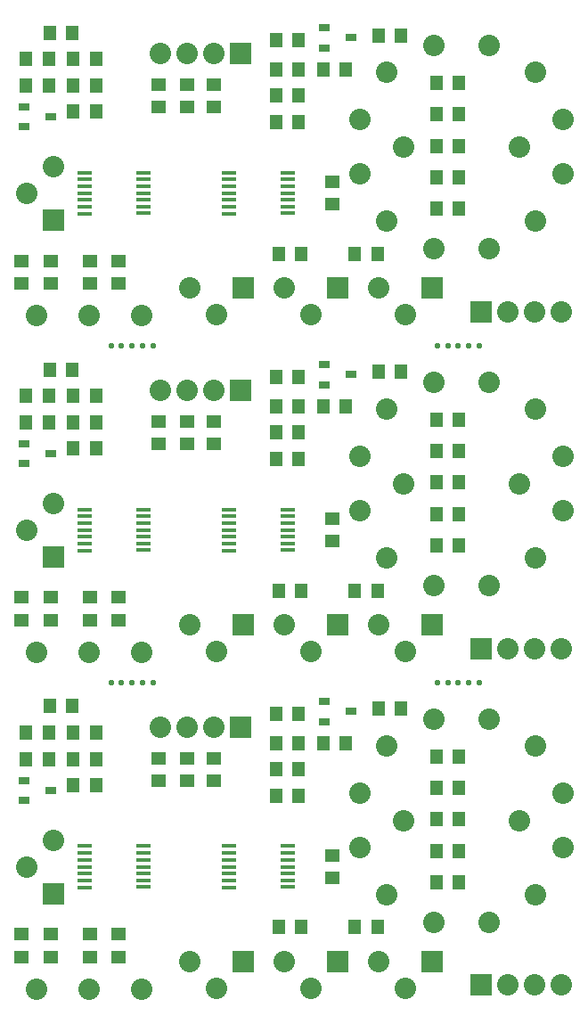
<source format=gts>
G04 (created by PCBNEW (2013-07-07 BZR 4022)-stable) date 2014-08-04 10:27:05 PM*
%MOIN*%
G04 Gerber Fmt 3.4, Leading zero omitted, Abs format*
%FSLAX34Y34*%
G01*
G70*
G90*
G04 APERTURE LIST*
%ADD10C,0.00590551*%
%ADD11C,0.0802748*%
%ADD12R,0.0409748X0.0291748*%
%ADD13R,0.0565748X0.0465748*%
%ADD14R,0.0465748X0.0565748*%
%ADD15R,0.0802748X0.0802748*%
%ADD16C,0.080315*%
%ADD17R,0.0527748X0.0133748*%
%ADD18C,0.0212598*%
G04 APERTURE END LIST*
G54D10*
G54D11*
X13543Y-44330D03*
X11574Y-44330D03*
X15511Y-44330D03*
G54D12*
X12114Y-36909D03*
X11114Y-37284D03*
X11114Y-36534D03*
G54D13*
X17224Y-36547D03*
X17224Y-35697D03*
G54D14*
X26543Y-40354D03*
X27393Y-40354D03*
X26543Y-39173D03*
X27393Y-39173D03*
X26543Y-37992D03*
X27393Y-37992D03*
X26543Y-36811D03*
X27393Y-36811D03*
X26543Y-35629D03*
X27393Y-35629D03*
X12960Y-36712D03*
X13810Y-36712D03*
X11189Y-34744D03*
X12039Y-34744D03*
X12960Y-34744D03*
X13810Y-34744D03*
G54D13*
X18208Y-36547D03*
X18208Y-35697D03*
G54D14*
X21389Y-37106D03*
X20539Y-37106D03*
G54D13*
X14665Y-42291D03*
X14665Y-43141D03*
G54D14*
X12960Y-35728D03*
X13810Y-35728D03*
G54D13*
X13582Y-43141D03*
X13582Y-42291D03*
G54D14*
X11189Y-35728D03*
X12039Y-35728D03*
X12075Y-33759D03*
X12925Y-33759D03*
G54D15*
X19216Y-34547D03*
G54D11*
X18216Y-34547D03*
X17216Y-34547D03*
X16216Y-34547D03*
G54D16*
X23677Y-37011D03*
X24696Y-35248D03*
X26460Y-34228D03*
X28500Y-34228D03*
X30263Y-35248D03*
X31283Y-37011D03*
X29645Y-38031D03*
X25314Y-38031D03*
X23677Y-39051D03*
X24696Y-40814D03*
X26460Y-41834D03*
X28500Y-41834D03*
X30263Y-40814D03*
X31283Y-39051D03*
G54D12*
X23334Y-33956D03*
X22334Y-34331D03*
X22334Y-33581D03*
G54D14*
X22311Y-35137D03*
X23161Y-35137D03*
X24378Y-33858D03*
X25228Y-33858D03*
G54D13*
X22637Y-39338D03*
X22637Y-40188D03*
G54D14*
X20539Y-35137D03*
X21389Y-35137D03*
X21389Y-36122D03*
X20539Y-36122D03*
X20539Y-34055D03*
X21389Y-34055D03*
G54D11*
X18307Y-44307D03*
X17307Y-43307D03*
G54D15*
X19307Y-43307D03*
G54D11*
X21850Y-44307D03*
X20850Y-43307D03*
G54D15*
X22850Y-43307D03*
G54D11*
X25393Y-44307D03*
X24393Y-43307D03*
G54D15*
X26393Y-43307D03*
G54D11*
X11204Y-39763D03*
X12204Y-38763D03*
G54D15*
X12204Y-40763D03*
G54D13*
X12106Y-43141D03*
X12106Y-42291D03*
X11023Y-43141D03*
X11023Y-42291D03*
X16141Y-36547D03*
X16141Y-35697D03*
G54D15*
X28224Y-44192D03*
G54D11*
X29224Y-44192D03*
X30224Y-44192D03*
X31224Y-44192D03*
G54D14*
X23492Y-42027D03*
X24342Y-42027D03*
X20637Y-42027D03*
X21487Y-42027D03*
G54D17*
X20981Y-40523D03*
X20981Y-40273D03*
X20981Y-40013D03*
X20981Y-39763D03*
X20981Y-39503D03*
X20981Y-39248D03*
X20981Y-38993D03*
X18781Y-38993D03*
X18781Y-39248D03*
X18781Y-39503D03*
X18781Y-39763D03*
X18781Y-40018D03*
X18781Y-40273D03*
X18781Y-40528D03*
X15568Y-40523D03*
X15568Y-40273D03*
X15568Y-40013D03*
X15568Y-39763D03*
X15568Y-39503D03*
X15568Y-39248D03*
X15568Y-38993D03*
X13368Y-38993D03*
X13368Y-39248D03*
X13368Y-39503D03*
X13368Y-39763D03*
X13368Y-40018D03*
X13368Y-40273D03*
X13368Y-40528D03*
X15568Y-27925D03*
X15568Y-27675D03*
X15568Y-27415D03*
X15568Y-27165D03*
X15568Y-26905D03*
X15568Y-26650D03*
X15568Y-26395D03*
X13368Y-26395D03*
X13368Y-26650D03*
X13368Y-26905D03*
X13368Y-27165D03*
X13368Y-27420D03*
X13368Y-27675D03*
X13368Y-27930D03*
X20981Y-27925D03*
X20981Y-27675D03*
X20981Y-27415D03*
X20981Y-27165D03*
X20981Y-26905D03*
X20981Y-26650D03*
X20981Y-26395D03*
X18781Y-26395D03*
X18781Y-26650D03*
X18781Y-26905D03*
X18781Y-27165D03*
X18781Y-27420D03*
X18781Y-27675D03*
X18781Y-27930D03*
G54D14*
X20637Y-29429D03*
X21487Y-29429D03*
X23492Y-29429D03*
X24342Y-29429D03*
G54D15*
X28224Y-31594D03*
G54D11*
X29224Y-31594D03*
X30224Y-31594D03*
X31224Y-31594D03*
G54D13*
X16141Y-23948D03*
X16141Y-23098D03*
X11023Y-30543D03*
X11023Y-29693D03*
X12106Y-30543D03*
X12106Y-29693D03*
G54D11*
X11204Y-27165D03*
X12204Y-26165D03*
G54D15*
X12204Y-28165D03*
G54D11*
X25393Y-31708D03*
X24393Y-30708D03*
G54D15*
X26393Y-30708D03*
G54D11*
X21850Y-31708D03*
X20850Y-30708D03*
G54D15*
X22850Y-30708D03*
G54D11*
X18307Y-31708D03*
X17307Y-30708D03*
G54D15*
X19307Y-30708D03*
G54D14*
X20539Y-21456D03*
X21389Y-21456D03*
X21389Y-23523D03*
X20539Y-23523D03*
X20539Y-22539D03*
X21389Y-22539D03*
G54D13*
X22637Y-26740D03*
X22637Y-27590D03*
G54D14*
X24378Y-21259D03*
X25228Y-21259D03*
X22311Y-22539D03*
X23161Y-22539D03*
G54D12*
X23334Y-21358D03*
X22334Y-21733D03*
X22334Y-20983D03*
G54D16*
X23677Y-24413D03*
X24696Y-22649D03*
X26460Y-21629D03*
X28500Y-21629D03*
X30263Y-22649D03*
X31283Y-24413D03*
X29645Y-25433D03*
X25314Y-25433D03*
X23677Y-26452D03*
X24696Y-28216D03*
X26460Y-29236D03*
X28500Y-29236D03*
X30263Y-28216D03*
X31283Y-26452D03*
G54D15*
X19216Y-21948D03*
G54D11*
X18216Y-21948D03*
X17216Y-21948D03*
X16216Y-21948D03*
G54D14*
X12075Y-21161D03*
X12925Y-21161D03*
X11189Y-23129D03*
X12039Y-23129D03*
G54D13*
X13582Y-30543D03*
X13582Y-29693D03*
G54D14*
X12960Y-23129D03*
X13810Y-23129D03*
G54D13*
X14665Y-29693D03*
X14665Y-30543D03*
G54D14*
X21389Y-24507D03*
X20539Y-24507D03*
G54D13*
X18208Y-23948D03*
X18208Y-23098D03*
G54D14*
X12960Y-22145D03*
X13810Y-22145D03*
X11189Y-22145D03*
X12039Y-22145D03*
X12960Y-24114D03*
X13810Y-24114D03*
X26543Y-23031D03*
X27393Y-23031D03*
X26543Y-24212D03*
X27393Y-24212D03*
X26543Y-25393D03*
X27393Y-25393D03*
X26543Y-26574D03*
X27393Y-26574D03*
X26543Y-27755D03*
X27393Y-27755D03*
G54D13*
X17224Y-23948D03*
X17224Y-23098D03*
G54D12*
X12114Y-24311D03*
X11114Y-24686D03*
X11114Y-23936D03*
G54D11*
X13543Y-31732D03*
X11574Y-31732D03*
X15511Y-31732D03*
X13543Y-19133D03*
X11574Y-19133D03*
X15511Y-19133D03*
G54D12*
X12114Y-11712D03*
X11114Y-12087D03*
X11114Y-11337D03*
G54D13*
X17224Y-11350D03*
X17224Y-10500D03*
G54D14*
X26543Y-15157D03*
X27393Y-15157D03*
X26543Y-13976D03*
X27393Y-13976D03*
X26543Y-12795D03*
X27393Y-12795D03*
X26543Y-11614D03*
X27393Y-11614D03*
X26543Y-10433D03*
X27393Y-10433D03*
X12960Y-11515D03*
X13810Y-11515D03*
X11189Y-9547D03*
X12039Y-9547D03*
X12960Y-9547D03*
X13810Y-9547D03*
G54D13*
X18208Y-11350D03*
X18208Y-10500D03*
G54D14*
X21389Y-11909D03*
X20539Y-11909D03*
G54D13*
X14665Y-17094D03*
X14665Y-17944D03*
G54D14*
X12960Y-10531D03*
X13810Y-10531D03*
G54D13*
X13582Y-17944D03*
X13582Y-17094D03*
G54D14*
X11189Y-10531D03*
X12039Y-10531D03*
X12075Y-8562D03*
X12925Y-8562D03*
G54D15*
X19216Y-9350D03*
G54D11*
X18216Y-9350D03*
X17216Y-9350D03*
X16216Y-9350D03*
G54D16*
X23677Y-11814D03*
X24696Y-10051D03*
X26460Y-9031D03*
X28500Y-9031D03*
X30263Y-10051D03*
X31283Y-11814D03*
X29645Y-12834D03*
X25314Y-12834D03*
X23677Y-13854D03*
X24696Y-15618D03*
X26460Y-16637D03*
X28500Y-16637D03*
X30263Y-15618D03*
X31283Y-13854D03*
G54D12*
X23334Y-8759D03*
X22334Y-9134D03*
X22334Y-8384D03*
G54D14*
X22311Y-9940D03*
X23161Y-9940D03*
X24378Y-8661D03*
X25228Y-8661D03*
G54D13*
X22637Y-14141D03*
X22637Y-14991D03*
G54D14*
X20539Y-9940D03*
X21389Y-9940D03*
X21389Y-10925D03*
X20539Y-10925D03*
X20539Y-8858D03*
X21389Y-8858D03*
G54D11*
X18307Y-19110D03*
X17307Y-18110D03*
G54D15*
X19307Y-18110D03*
G54D11*
X21850Y-19110D03*
X20850Y-18110D03*
G54D15*
X22850Y-18110D03*
G54D11*
X25393Y-19110D03*
X24393Y-18110D03*
G54D15*
X26393Y-18110D03*
G54D11*
X11204Y-14566D03*
X12204Y-13566D03*
G54D15*
X12204Y-15566D03*
G54D13*
X12106Y-17944D03*
X12106Y-17094D03*
X11023Y-17944D03*
X11023Y-17094D03*
X16141Y-11350D03*
X16141Y-10500D03*
G54D15*
X28224Y-18996D03*
G54D11*
X29224Y-18996D03*
X30224Y-18996D03*
X31224Y-18996D03*
G54D14*
X23492Y-16830D03*
X24342Y-16830D03*
X20637Y-16830D03*
X21487Y-16830D03*
G54D17*
X20981Y-15326D03*
X20981Y-15076D03*
X20981Y-14816D03*
X20981Y-14566D03*
X20981Y-14306D03*
X20981Y-14051D03*
X20981Y-13796D03*
X18781Y-13796D03*
X18781Y-14051D03*
X18781Y-14306D03*
X18781Y-14566D03*
X18781Y-14821D03*
X18781Y-15076D03*
X18781Y-15331D03*
X15568Y-15326D03*
X15568Y-15076D03*
X15568Y-14816D03*
X15568Y-14566D03*
X15568Y-14306D03*
X15568Y-14051D03*
X15568Y-13796D03*
X13368Y-13796D03*
X13368Y-14051D03*
X13368Y-14306D03*
X13368Y-14566D03*
X13368Y-14821D03*
X13368Y-15076D03*
X13368Y-15331D03*
G54D18*
X14370Y-20275D03*
X14763Y-20275D03*
X15157Y-20275D03*
X15551Y-20275D03*
X15944Y-20275D03*
X26574Y-20275D03*
X26968Y-20275D03*
X27362Y-20275D03*
X27755Y-20275D03*
X28149Y-20275D03*
X14370Y-32874D03*
X14763Y-32874D03*
X15157Y-32874D03*
X15551Y-32874D03*
X15944Y-32874D03*
X26574Y-32874D03*
X26968Y-32874D03*
X27362Y-32874D03*
X27755Y-32874D03*
X28149Y-32874D03*
M02*

</source>
